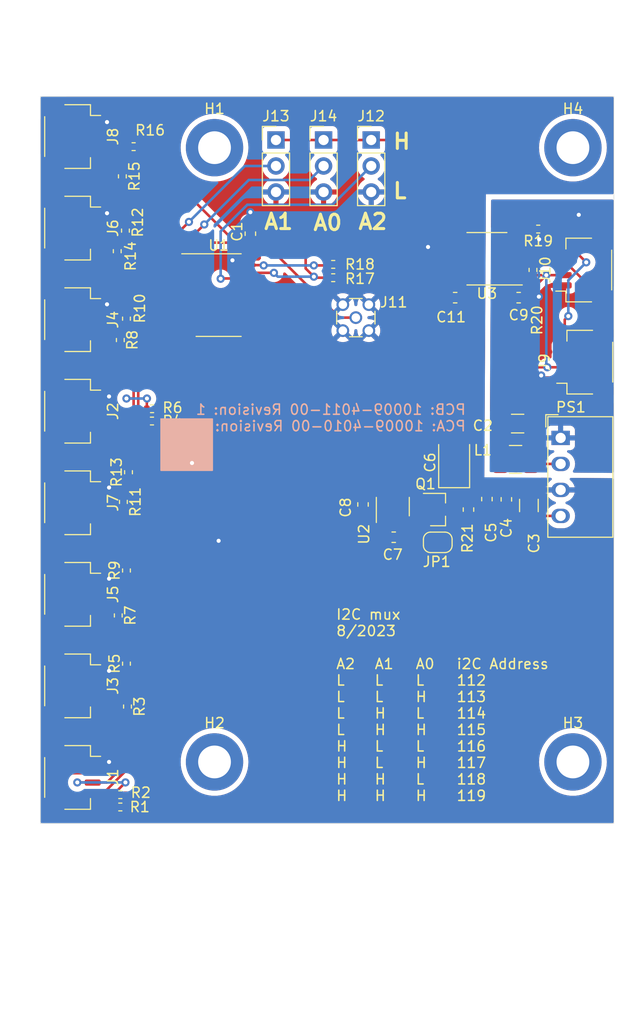
<source format=kicad_pcb>
(kicad_pcb (version 20221018) (generator pcbnew)
  (layers (0 "F.Cu" signal) (31 "B.Cu" signal) (34 "B.Paste" user) (35 "F.Paste" user) (36 "B.SilkS" user "B.Silkscreen") (37 "F.SilkS" user "F.Silkscreen") (38 "B.Mask" user) (39 "F.Mask" user) (44 "Edge.Cuts" user))
  (net 0 "")
  (net 1 "VCC")
  (net 2 "GND")
  (net 3 "GNDPWR")
  (net 4 "VD")
  (net 5 "/Sheet626DA5AD/scl_in")
  (net 6 "/Sheet626DA5AD/sda_in")
  (net 7 "/Sheet626DA5AD/scl")
  (net 8 "/Sheet626DA5AD/sda")
  (net 9 "Net-(JP1-A)")
  (net 10 "Net-(Q1-B)")
  (net 11 "Net-(JP1-B)")
  (net 12 "Net-(J1-SDA)")
  (net 13 "Net-(J1-SCL)")
  (net 14 "Net-(J2-SDA)")
  (net 15 "Net-(J2-SCL)")
  (net 16 "Net-(J3-SDA)")
  (net 17 "Net-(J3-SCL)")
  (net 18 "Net-(J4-SDA)")
  (net 19 "Net-(J4-SCL)")
  (net 20 "Net-(J5-SDA)")
  (net 21 "Net-(J5-SCL)")
  (net 22 "Net-(J6-SDA)")
  (net 23 "Net-(J6-SCL)")
  (net 24 "Net-(J7-SDA)")
  (net 25 "Net-(J7-SCL)")
  (net 26 "Net-(J8-SDA)")
  (net 27 "Net-(J8-SCL)")
  (net 28 "Net-(J12-Pin_2)")
  (net 29 "Net-(J13-Pin_2)")
  (net 30 "Net-(J14-Pin_2)")
  (net 31 "Net-(PS1-+Vin)")
  (footprint "Capacitor_SMD:C_0603_1608Metric_Pad1.05x0.95mm_HandSolder" (layer "F.Cu") (at 108.5 73.4 -90)
    (fp_text reference "C1")
    (fp_text value "100nF")
  )
  (footprint "Connector_JST:JST_SH_SM04B-SRSS-TB_1x04-1MP_P1.00mm_Horizontal" (layer "F.Cu") (at 91.1 90.742857 -90)
    (fp_text reference "J2")
    (fp_text value "JST_SH_Conn_01x04_i2c_horizontal")
  )
  (footprint "Connector_JST:JST_SH_SM04B-SRSS-TB_1x04-1MP_P1.00mm_Horizontal" (layer "F.Cu") (at 91.1 81.8 -90)
    (fp_text reference "J4")
    (fp_text value "JST_SH_Conn_01x04_i2c_horizontal")
  )
  (footprint "Connector_JST:JST_SH_SM04B-SRSS-TB_1x04-1MP_P1.00mm_Horizontal" (layer "F.Cu") (at 91.1 72.857143 -90)
    (fp_text reference "J6")
    (fp_text value "JST_SH_Conn_01x04_i2c_horizontal")
  )
  (footprint "Connector_JST:JST_SH_SM04B-SRSS-TB_1x04-1MP_P1.00mm_Horizontal" (layer "F.Cu") (at 91.1 63.914286 -90)
    (fp_text reference "J8")
    (fp_text value "JST_SH_Conn_01x04_i2c_horizontal")
  )
  (footprint "Connector_JST:JST_SH_SM04B-SRSS-TB_1x04-1MP_P1.00mm_Horizontal" (layer "F.Cu") (at 141.1 76.95 90)
    (fp_text reference "J10")
    (fp_text value "JST_SH_Conn_01x04_i2c_horizontal")
  )
  (footprint "Capacitor_SMD:C_1206_3216Metric_Pad1.42x1.75mm_HandSolder" (layer "F.Cu") (at 134.6 91.95)
    (fp_text reference "C2")
    (fp_text value "4.7uF_1206_50V")
  )
  (footprint "Capacitor_SMD:C_1206_3216Metric_Pad1.42x1.75mm_HandSolder" (layer "F.Cu") (at 135.7 99.95 90)
    (fp_text reference "C3")
    (fp_text value "10uF_1206_50V")
  )
  (footprint "Capacitor_SMD:C_0603_1608Metric_Pad1.05x0.95mm_HandSolder" (layer "F.Cu") (at 133.5 99.35 -90)
    (fp_text reference "C4")
    (fp_text value "100nF")
  )
  (footprint "Capacitor_Tantalum_SMD:CP_EIA-3528-12_Kemet-T" (layer "F.Cu") (at 128.4 95.75 90)
    (fp_text reference "C6")
    (fp_text value "100uF")
  )
  (footprint "Capacitor_SMD:C_0603_1608Metric_Pad1.05x0.95mm_HandSolder" (layer "F.Cu") (at 119.5 99.85 -90)
    (fp_text reference "C8")
    (fp_text value "1uF")
  )
  (footprint "0my_footprints:MMCX_JLC" (layer "F.Cu") (at 118.8 81.6)
    (fp_text reference "J11")
    (fp_text value "MMCX")
  )
  (footprint "Jumper:SolderJumper-2_P1.3mm_Open_RoundedPad1.0x1.5mm" (layer "F.Cu") (at 126.8 103.55 180)
    (fp_text reference "JP1")
    (fp_text value "Jumper_2_Open")
  )
  (footprint "Inductor_SMD:L_1210_3225Metric_Pad1.42x2.65mm_HandSolder" (layer "F.Cu") (at 134.4 95.45 180)
    (fp_text reference "L1")
    (fp_text value "6.8uH")
  )
  (footprint "Converter_DCDC:Converter_DCDC_muRata_CRE1xxxxxx3C_THT" (layer "F.Cu") (at 138.8 93.35)
    (fp_text reference "PS1")
    (fp_text value "B0305S-1WR2")
  )
  (footprint "Package_TO_SOT_SMD:SOT-23" (layer "F.Cu") (at 126.8 100.35)
    (fp_text reference "Q1")
    (fp_text value "BC847C")
  )
  (footprint "Resistor_SMD:R_0603_1608Metric_Pad1.05x0.95mm_HandSolder" (layer "F.Cu") (at 129.8 100.35 90)
    (fp_text reference "R21")
    (fp_text value "1K")
  )
  (footprint "Package_TO_SOT_SMD:SOT-23-5" (layer "F.Cu") (at 122.41 100.06 90)
    (fp_text reference "U2")
    (fp_text value "LP5907MFX-3.3")
  )
  (footprint "Capacitor_SMD:C_0603_1608Metric_Pad1.05x0.95mm_HandSolder" (layer "F.Cu") (at 122.5 103.05 180)
    (fp_text reference "C7")
    (fp_text value "1uF")
  )
  (footprint "Capacitor_SMD:C_0603_1608Metric_Pad1.05x0.95mm_HandSolder" (layer "F.Cu") (at 134.7 79.65)
    (fp_text reference "C9")
    (fp_text value "100nF")
  )
  (footprint "Capacitor_SMD:C_0603_1608Metric_Pad1.05x0.95mm_HandSolder" (layer "F.Cu") (at 128.5 79.65)
    (fp_text reference "C11")
    (fp_text value "100nF")
  )
  (footprint "Connector_JST:JST_SH_SM04B-SRSS-TB_1x04-1MP_P1.00mm_Horizontal" (layer "F.Cu") (at 141.2 85.95 90)
    (fp_text reference "J9")
    (fp_text value "JST_SH_Conn_01x04_i2c_horizontal")
  )
  (footprint "Capacitor_SMD:C_0603_1608Metric_Pad1.05x0.95mm_HandSolder" (layer "F.Cu") (at 131.6 99.325 -90)
    (fp_text reference "C5")
    (fp_text value "10nF")
  )
  (footprint "MountingHole:MountingHole_3.2mm_M3_DIN965_Pad" (layer "F.Cu") (at 105 65)
    (fp_text reference "H1")
    (fp_text value "MountingHole")
  )
  (footprint "MountingHole:MountingHole_3.2mm_M3_DIN965_Pad" (layer "F.Cu") (at 105 125)
    (fp_text reference "H2")
    (fp_text value "MountingHole")
  )
  (footprint "Resistor_SMD:R_0402_1005Metric" (layer "F.Cu") (at 116.59 76.4)
    (fp_text reference "R18")
    (fp_text value "5.1K_0402")
  )
  (footprint "Resistor_SMD:R_0402_1005Metric" (layer "F.Cu") (at 136.61 72.95 180)
    (fp_text reference "R19")
    (fp_text value "5.1K_0402")
  )
  (footprint "Resistor_SMD:R_0402_1005Metric" (layer "F.Cu") (at 95.5 75.11 -90)
    (fp_text reference "R14")
    (fp_text value "5.1K_0402")
  )
  (footprint "MountingHole:MountingHole_3.2mm_M3_DIN965_Pad" (layer "F.Cu") (at 140 65)
    (fp_text reference "H4")
    (fp_text value "MountingHole")
  )
  (footprint "Resistor_SMD:R_0402_1005Metric" (layer "F.Cu") (at 96.3 73.1 90)
    (fp_text reference "R12")
    (fp_text value "5.1K_0402")
  )
  (footprint "Connector_JST:JST_SH_SM04B-SRSS-TB_1x04-1MP_P1.00mm_Horizontal" (layer "F.Cu") (at 91.1 117.571428 -90)
    (fp_text reference "J3")
    (fp_text value "JST_SH_Conn_01x04_i2c_horizontal")
  )
  (footprint "Package_SO:SOIC-8_3.9x4.9mm_P1.27mm" (layer "F.Cu") (at 131.6 75.85 180)
    (fp_text reference "U3")
    (fp_text value "ISO1541")
  )
  (footprint "Resistor_SMD:R_0402_1005Metric" (layer "F.Cu") (at 95.8 128.2)
    (fp_text reference "R2")
    (fp_text value "5.1K_0402")
  )
  (footprint "Connector_PinHeader_2.54mm:PinHeader_1x03_P2.54mm_Vertical" (layer "F.Cu") (at 120.3 64.25)
    (fp_text reference "J12")
    (fp_text value "Conn_01x03_Female")
  )
  (footprint "Resistor_SMD:R_0402_1005Metric" (layer "F.Cu") (at 96.1 99.6 -90)
    (fp_text reference "R11")
    (fp_text value "5.1K_0402")
  )
  (footprint "Connector_JST:JST_SH_SM04B-SRSS-TB_1x04-1MP_P1.00mm_Horizontal" (layer "F.Cu") (at 91.1 126.514286 -90)
    (fp_text reference "J1")
    (fp_text value "JST_SH_Conn_01x04_i2c_horizontal")
  )
  (footprint "Resistor_SMD:R_0402_1005Metric" (layer "F.Cu") (at 136.1 76.94 -90)
    (fp_text reference "R20")
    (fp_text value "5.1K_0402")
  )
  (footprint "Resistor_SMD:R_0402_1005Metric" (layer "F.Cu") (at 97.1 64.9)
    (fp_text reference "R16")
    (fp_text value "5.1K_0402")
  )
  (footprint "Resistor_SMD:R_0402_1005Metric" (layer "F.Cu") (at 116.59 77.7)
    (fp_text reference "R17")
    (fp_text value "5.1K_0402")
  )
  (footprint "Resistor_SMD:R_0402_1005Metric" (layer "F.Cu") (at 95.8 83.79 -90)
    (fp_text reference "R8")
    (fp_text value "5.1K_0402")
  )
  (footprint "Resistor_SMD:R_0402_1005Metric" (layer "F.Cu") (at 96.4 115.4 90)
    (fp_text reference "R5")
    (fp_text value "5.1K_0402")
  )
  (footprint "Resistor_SMD:R_0402_1005Metric" (layer "F.Cu") (at 96.4 81.7 90)
    (fp_text reference "R10")
    (fp_text value "5.1K_0402")
  )
  (footprint "Resistor_SMD:R_0402_1005Metric" (layer "F.Cu") (at 98.89 91.7)
    (fp_text reference "R4")
    (fp_text value "5.1K_0402")
  )
  (footprint "Package_SO:TSSOP-24_4.4x7.8mm_P0.65mm" (layer "F.Cu") (at 105.4 79.4)
    (fp_text reference "U1")
    (fp_text value "TCA9548APWR")
  )
  (footprint "Resistor_SMD:R_0402_1005Metric" (layer "F.Cu") (at 96.5 119.59 -90)
    (fp_text reference "R3")
    (fp_text value "5.1K_0402")
  )
  (footprint "Resistor_SMD:R_0402_1005Metric" (layer "F.Cu") (at 95.6 110.69 -90)
    (fp_text reference "R7")
    (fp_text value "5.1K_0402")
  )
  (footprint "MountingHole:MountingHole_3.2mm_M3_DIN965_Pad" (layer "F.Cu") (at 140 125)
    (fp_text reference "H3")
    (fp_text value "MountingHole")
  )
  (footprint "Resistor_SMD:R_0402_1005Metric" (layer "F.Cu") (at 96.4 106.3 90)
    (fp_text reference "R9")
    (fp_text value "5.1K_0402")
  )
  (footprint "Resistor_SMD:R_0402_1005Metric" (layer "F.Cu") (at 95.8 129.4)
    (fp_text reference "R1")
    (fp_text value "5.1K_0402")
  )
  (footprint "Connector_PinHeader_2.54mm:PinHeader_1x03_P2.54mm_Vertical" (layer "F.Cu") (at 111 64.25)
    (fp_text reference "J13")
    (fp_text value "Conn_01x03_Female")
  )
  (footprint "Connector_PinHeader_2.54mm:PinHeader_1x03_P2.54mm_Vertical" (layer "F.Cu") (at 115.65 64.25)
    (fp_text reference "J14")
    (fp_text value "Conn_01x03_Female")
  )
  (footprint "Resistor_SMD:R_0402_1005Metric" (layer "F.Cu") (at 96.6 96.7 90)
    (fp_text reference "R13")
    (fp_text value "5.1K_0402")
  )
  (footprint "Resistor_SMD:R_0402_1005Metric" (layer "F.Cu") (at 98.9 90.5)
    (fp_text reference "R6")
    (fp_text value "5.1K_0402")
  )
  (footprint "Connector_JST:JST_SH_SM04B-SRSS-TB_1x04-1MP_P1.00mm_Horizontal" (layer "F.Cu") (at 91.1 108.628571 -90)
    (fp_text reference "J5")
    (fp_text value "JST_SH_Conn_01x04_i2c_horizontal")
  )
  (footprint "Resistor_SMD:R_0402_1005Metric" (layer "F.Cu") (at 96 67.8 -90)
    (fp_text reference "R15")
    (fp_text value "5.1K_0402")
  )
  (footprint "Connector_JST:JST_SH_SM04B-SRSS-TB_1x04-1MP_P1.00mm_Horizontal" (layer "F.Cu") (at 91.1 99.685714 -90)
    (fp_text reference "J7")
    (fp_text value "JST_SH_Conn_01x04_i2c_horizontal")
  )
  (gr_rect (start 99.78 91.51) (end 104.78 96.51) (stroke (width 0.15)) (fill solid) (layer "B.SilkS"))
  (gr_rect (start 88 60) (end 144 131) (stroke (width 0.05)) (fill none) (layer "Edge.Cuts"))
  (gr_text "PCB: 10009-4011-00 Revision: 1\nPCA: 10009-4010-00 Revision: " (at 129.62 92.78) (layer "B.SilkS") (effects (font (size 1 1)) (justify left bottom mirror)))
  (gr_text "A1\n" (at 109.7 73.1) (layer "F.SilkS") (effects (font (size 1.5 1.5) (thickness 0.3) bold) (justify left bottom)))
  (gr_text "A2" (at 118.9 73.1) (layer "F.SilkS") (effects (font (size 1.5 1.5) (thickness 0.3) bold) (justify left bottom)))
  (gr_text "I2C mux\n8/2023\n\nA2	A1	A0	i2C Address\nL	L	L	112\nL	L	H	113\nL	H	L	114\nL	H	H	115\nH	L	L	116\nH	L	H	117\nH	H	L	118\nH	H	H	119" (at 116.8 119.45) (layer "F.SilkS") (effects (font (size 1 1)) (justify left)))
  (gr_text "A0" (at 114.5 73.2) (layer "F.SilkS") (effects (font (size 1.5 1.5) (thickness 0.3) bold) (justify left bottom)))
  (gr_text "H\n\nL" (at 122.3 70.1) (layer "F.SilkS") (effects (font (size 1.5 1.5) (thickness 0.3) bold) (justify left bottom)))
  (segment (start 109.875 74.275) (end 108.5 74.275) (width 0.25) (layer "F.Cu") (net 1))
  (segment (start 110.83 73.32) (end 129.6 73.32) (width 0.25) (layer "F.Cu") (net 1))
  (segment (start 91.1 122) (end 91.1 126.1) (width 0.25) (layer "F.Cu") (net 1))
  (segment (start 91.3 63.4) (end 91.1 63.6) (width 0.25) (layer "F.Cu") (net 1))
  (segment (start 129.375 79.65) (end 129.375 78.005) (width 0.25) (layer "F.Cu") (net 1))
  (segment (start 91.328571 108.128571) (end 91.1 107.9) (width 0.25) (layer "F.Cu") (net 1))
  (segment (start 95.8 84.3) (end 93.8 86.3) (width 0.25) (layer "F.Cu") (net 1))
  (segment (start 91.1 99.1) (end 91.1 104.3) (width 0.25) (layer "F.Cu") (net 1))
  (segment (start 93.1 81.3) (end 96.29 81.3) (width 0.25) (layer "F.Cu") (net 1))
  (segment (start 96 68.31) (end 91.11 68.31) (width 0.25) (layer "F.Cu") (net 1))
  (segment (start 104.2 76.150361) (end 104.2 75) (width 0.25) (layer "F.Cu") (net 1))
  (segment (start 91.1 117.1) (end 91.1 122) (width 0.25) (layer "F.Cu") (net 1))
  (segment (start 118.8 81.6) (end 117.2 81.6) (width 0.25) (layer "F.Cu") (net 1))
  (segment (start 104.925 74.275) (end 107.075 74.275) (width 0.25) (layer "F.Cu") (net 1))
  (segment (start 93.1 81.3) (end 91.1 81.3) (width 0.25) (layer "F.Cu") (net 1))
  (segment (start 96.214286 63.414286) (end 107.075 74.275) (width 0.25) (layer "F.Cu") (net 1))
  (segment (start 96.6 96.39) (end 96.6 94.4) (width 0.25) (layer "F.Cu") (net 1))
  (segment (start 96.1 100.11) (end 96.1 102.2) (width 0.25) (layer "F.Cu") (net 1))
  (segment (start 90 126.1) (end 90 127.1) (width 0.25) (layer "F.Cu") (net 1))
  (segment (start 109.3 75.9) (end 108.3375 75.9) (width 0.25) (layer "F.Cu") (net 1))
  (segment (start 93.1 99.185714) (end 91.185714 99.185714) (width 0.25) (layer "F.Cu") (net 1))
  (segment (start 96.1 130.5) (end 96.31 130.29) (width 0.25) (layer "F.Cu") (net 1))
  (segment (start 96.4 105.5) (end 95.2 104.3) (width 0.25) (layer "F.Cu") (net 1))
  (segment (start 95.6 111.2) (end 93.5 113.3) (width 0.25) (layer "F.Cu") (net 1))
  (segment (start 96.4 105.79) (end 96.4 105.5) (width 0.25) (layer "F.Cu") (net 1))
  (segment (start 129.375 79.65) (end 129.375 89.475) (width 0.25) (layer "F.Cu") (net 1))
  (segment (start 93.1 63.414286) (end 96.214286 63.414286) (width 0.25) (layer "F.Cu") (net 1))
  (segment (start 121.46 98.96) (end 119.515 98.96) (width 0.25) (layer "F.Cu") (net 1))
  (segment (start 129.6 69.05) (end 129.6 73.32) (width 0.25) (layer "F.Cu") (net 1))
  (segment (start 91.1 126.1) (end 90 126.1) (width 0.25) (layer "F.Cu") (net 1))
  (segment (start 91.1 86.3) (end 91.1 90.4) (width 0.25) (layer "F.Cu") (net 1))
  (segment (start 119.6 98.875) (end 119.5 98.975) (width 0.25) (layer "F.Cu") (net 1))
  (segment (start 96.067143 72.357143) (end 96.3 72.59) (width 0.25) (layer "F.Cu") (net 1))
  (segment (start 91.1 72.3) (end 91.1 77.2) (width 0.25) (layer "F.Cu") (net 1))
  (segment (start 91.314286 63.414286) (end 91.3 63.4) (width 0.25) (layer "F.Cu") (net 1))
  (segment (start 91.1 104.3) (end 91.1 107.9) (width 0.25) (layer "F.Cu") (net 1))
  (segment (start 108.5 74.7) (end 109.4 75.6) (width 0.25) (layer "F.Cu") (net 1))
  (segment (start 109.875 74.275) (end 110.83 73.32) (width 0.25) (layer "F.Cu") (net 1))
  (segment (start 96.5 94.3) (end 91.1 94.3) (width 0.25) (layer "F.Cu") (net 1))
  (segment (start 102.5375 77.125) (end 103.225361 77.125) (width 0.25) (layer "F.Cu") (net 1))
  (segment (start 117.2 81.6) (end 115.15 79.55) (width 0.25) (layer "F.Cu") (net 1))
  (segment (start 115.25 79.55) (end 115.15 79.55) (width 0.25) (layer "F.Cu") (net 1))
  (segment (start 117.1 76.4) (end 117.1 77.7) (width 0.25) (layer "F.Cu") (net 1))
  (segment (start 93.8 86.3) (end 91.1 86.3) (width 0.25) (layer "F.Cu") (net 1))
  (segment (start 115.15 79.55) (end 109.875 74.275) (width 0.25) (layer "F.Cu") (net 1))
  (segment (start 99.4 91.7) (end 96.8 94.3) (width 0.25) (layer "F.Cu") (net 1))
  (segment (start 129.6 73.32) (end 130.146751 73.32) (width 0.25) (layer "F.Cu") (net 1))
  (segment (start 93.1 90.242857) (end 91.257143 90.242857) (width 0.25) (layer "F.Cu") (net 1))
  (segment (start 91.1 77.2) (end 91.1 81.3) (width 0.25) (layer "F.Cu") (net 1))
  (segment (start 96.5 120.1) (end 94.6 122) (width 0.25) (layer "F.Cu") (net 1))
  (segment (start 109.4 75.6) (end 109.4 75.8) (width 0.25) (layer "F.Cu") (net 1))
  (segment (start 93.1 117.071428) (end 91.128572 117.071428) (width 0.25) (layer "F.Cu") (net 1))
  (segment (start 130.146751 73.32) (end 130.425 73.598249) (width 0.25) (layer "F.Cu") (net 1))
  (segment (start 96.31 130.29) (end 96.31 129.4) (width 0.25) (layer "F.Cu") (net 1))
  (segment (start 94.6 122) (end 91.1 122) (width 0.25) (layer "F.Cu") (net 1))
  (segment (start 120.3 64.25) (end 124.8 64.25) (width 0.25) (layer "F.Cu") (net 1))
  (segment (start 91.1 68.3) (end 91.1 72.3) (width 0.25) (layer "F.Cu") (net 1))
  (segment (start 91.1 126.1) (end 93.014286 126.1) (width 0.25) (layer "F.Cu") (net 1))
  (segment (start 129.501751 77.755) (end 129.125 77.755) (width 0.25) (layer "F.Cu") (net 1))
  (segment (start 93.4 130.5) (end 96.1 130.5) (width 0.25) (layer "F.Cu") (net 1))
  (segment (start 129.375 78.005) (end 129.125 77.755) (width 0.25) (layer "F.Cu") (net 1))
  (segment (start 121.46 97.39) (end 121.46 98.96) (width 0.25) (layer "F.Cu") (net 1))
  (segment (start 109.4 75.8) (end 109.3 75.9) (width 0.25) (layer "F.Cu") (net 1))
  (segment (start 94 104.3) (end 91.1 104.3) (width 0.25) (layer "F.Cu") (net 1))
  (segment (start 96.8 94.3) (end 96.5 94.3) (width 0.25) (layer "F.Cu") (net 1))
  (segment (start 130.425 73.598249) (end 130.425 76.831751) (width 0.25) (layer "F.Cu") (net 1))
  (segment (start 93.1 72.357143) (end 91.157143 72.357143) (width 0.25) (layer "F.Cu") (net 1))
  (segment (start 104.2 75) (end 104.925 74.275) (width 0.25) (layer "F.Cu") (net 1))
  (segment (start 99.41 90.5) (end 99.41 91.69) (width 0.25) (layer "F.Cu") (net 1))
  (segment (start 93.1 108.128571) (end 91.328571 108.128571) (width 0.25) (layer "F.Cu") (net 1))
  (segment (start 91.185714 99.185714) (end 91.1 99.1) (width 0.25) (layer "F.Cu") (net 1))
  (segment (start 117.1 77.7) (end 115.25 79.55) (width 0.25) (layer "F.Cu") (net 1))
  (segment (start 96.29 81.3) (end 96.4 81.19) (width 0.25) (layer "F.Cu") (net 1))
  (segment (start 94.81 113.3) (end 93.5 113.3) (width 0.25) (layer "F.Cu") (net 1))
  (segment (start 103.225361 77.125) (end 104.2 76.150361) (width 0.25) (layer "F.Cu") (net 1))
  (segment (start 96.31 129.4) (end 96.31 128.2) (width 0.25) (layer "F.Cu") (net 1))
  (segment (start 93.1 72.357143) (end 96.067143 72.357143) (width 0.25) (layer "F.Cu") (net 1))
  (segment (start 96.6 94.4) (end 96.5 94.3) (width 0.25) (layer "F.Cu") (net 1))
  (segment (start 129.375 89.475) (end 121.46 97.39) (width 0.25) (layer "F.Cu") (net 1))
  (segment (start 91.157143 72.357143) (end 91.1 72.3) (width 0.25) (layer "F.Cu") (net 1))
  (segment (start 91.1 81.3) (end 91.1 86.3) (width 0.25) (layer "F.Cu") (net 1))
  (segment (start 91.128572 117.071428) (end 91.1 117.1) (width 0.25) (layer "F.Cu") (net 1))
  (segment (start 96.1 102.2) (end 94 104.3) (width 0.25) (layer "F.Cu") (net 1))
  (segment (start 108.5 74.275) (end 108.5 74.7) (width 0.25) (layer "F.Cu") (net 1))
  (segment (start 108.3375 75.9) (end 108.2625 75.825) (width 0.25) (layer "F.Cu") (net 1))
  (segment (start 91.1 90.4) (end 91.1 94.3) (width 0.25) (layer "F.Cu") (net 1))
  (segment (start 124.8 64.25) (end 129.6 69.05) (width 0.25) (layer "F.Cu") (net 1))
  (segment (start 96.4 114.89) (end 94.81 113.3) (width 0.25) (layer "F.Cu") (net 1))
  (segment (start 91.1 94.3) (end 91.1 99.1) (width 0.25) (layer "F.Cu") (net 1))
  (segment (start 91.1 63.6) (end 91.1 68.3) (width 0.25) (layer "F.Cu") (net 1))
  (segment (start 93.5 113.3) (end 91.1 113.3) (width 0.25) (layer "F.Cu") (net 1))
  (segment (start 99.41 91.69) (end 99.4 91.7) (width 0.25) (layer "F.Cu") (net 1))
  (segment (start 91.11 68.31) (end 91.1 68.3) (width 0.25) (layer "F.Cu") (net 1))
  (segment (start 130.425 76.831751) (end 129.501751 77.755) (width 0.25) (layer "F.Cu") (net 1))
  (segment (start 91.257143 90.242857) (end 91.1 90.4) (width 0.25) (layer "F.Cu") (net 1))
  (segment (start 95.5 75.62) (end 93.92 77.2) (width 0.25) (layer "F.Cu") (net 1))
  (segment (start 91.1 107.9) (end 91.1 113.3) (width 0.25) (layer "F.Cu") (net 1))
  (segment (start 111 64.25) (end 115.65 64.25) (width 0.25) (layer "F.Cu") (net 1))
  (segment (start 93.92 77.2) (end 91.1 77.2) (width 0.25) (layer "F.Cu") (net 1))
  (segment (start 90 127.1) (end 93.4 130.5) (width 0.25) (layer "F.Cu") (net 1))
  (segment (start 107.075 74.275) (end 108.5 74.275) (width 0.25) (layer "F.Cu") (net 1))
  (segment (start 91.1 113.3) (end 91.1 117.1) (width 0.25) (layer "F.Cu") (net 1))
  (segment (start 95.2 104.3) (end 94 104.3) (width 0.25) (layer "F.Cu") (net 1))
  (segment (start 120.3 64.25) (end 115.65 64.25) (width 0.25) (layer "F.Cu") (net 1))
  (segment (start 93.1 63.414286) (end 91.314286 63.414286) (width 0.25) (layer "F.Cu") (net 1))
  (segment (start 94.685714 125.014286) (end 94.7 125) (width 0.25) (layer "F.Cu") (net 2))
  (segment (start 94.685714 98.185714) (end 94.7 98.2) (width 0.25) (layer "F.Cu") (net 2))
  (segment (start 108.5 72.525) (end 108.5 71.3) (width 0.25) (layer "F.Cu") (net 2))
  (segment (start 94.414286 62.414286) (end 94.5 62.5) (width 0.25) (layer "F.Cu") (net 2))
  (segment (start 129.125 73.945) (end 126.555 73.945) (width 0.25) (layer "F.Cu") (net 2))
  (segment (start 93.1 62.414286) (end 94.414286 62.414286) (width 0.25) (layer "F.Cu") (net 2))
  (segment (start 94.642857 89.242857) (end 94.7 89.3) (width 0.25) (layer "F.Cu") (net 2))
  (segment (start 122.41 102.79) (end 122.41 101.16) (width 0.25) (layer "F.Cu") (net 2))
  (segment (start 93.1 80.3) (end 94.5 80.3) (width 0.25) (layer "F.Cu") (net 2))
  (segment (start 122.15 103.05) (end 122.41 102.79) (width 0.25) (layer "F.Cu") (net 2))
  (segment (start 93.128572 116.1) (end 93.1 116.071428) (width 0.25) (layer "F.Cu") (net 2))
  (segment (start 94.457143 71.357143) (end 94.5 71.4) (width 0.25) (layer "F.Cu") (net 2))
  (segment (start 93.1 107.128571) (end 94.671429 107.128571) (width 0.25) (layer "F.Cu") (net 2))
  (segment (start 122.41 100.669998) (end 122.045001 100.304999) (width 0.25) (layer "F.Cu") (net 2))
  (segment (start 122.045001 100.304999) (end 120.395001 100.304999) (width 0.25) (layer "F.Cu") (net 2))
  (segment (start 121.625 103.05) (end 122.15 103.05) (width 0.25) (layer "F.Cu") (net 2))
  (segment (start 94.7 116.1) (end 93.128572 116.1) (width 0.25) (layer "F.Cu") (net 2))
  (segment (start 93.1 125.014286) (end 94.685714 125.014286) (width 0.25) (layer "F.Cu") (net 2))
  (segment (start 93.1 98.185714) (end 94.685714 98.185714) (width 0.25) (layer "F.Cu") (net 2))
  (segment (start 94.671429 107.128571) (end 94.7 107.1) (width 0.25) (layer "F.Cu") (net 2))
  (segment (start 126.555 73.945) (end 125.8 74.7) (width 0.25) (layer "F.Cu") (net 2))
  (segment (start 125.8 74.7) (end 125.85 74.7) (width 0.25) (layer "F.Cu") (net 2))
  (segment (start 122.41 101.16) (end 122.41 100.669998) (width 0.25) (layer "F.Cu") (net 2))
  (segment (start 93.1 89.242857) (end 94.642857 89.242857) (width 0.25) (layer "F.Cu") (net 2))
  (segment (start 120.395001 100.304999) (end 119.975 100.725) (width 0.25) (layer "F.Cu") (net 2))
  (segment (start 93.1 71.357143) (end 94.457143 71.357143) (width 0.25) (layer "F.Cu") (net 2))
  (segment (start 119.975 100.725) (end 119.5 100.725) (width 0.25) (layer "F.Cu") (net 2))
  (via (at 94.7 89.3) (size 0.8) (drill 0.4) (layers "F.Cu" "B.Cu") (net 2))
  (via (at 105.4 103.4) (size 0.8) (drill 0.4) (layers "F.Cu" "B.Cu") (net 2))
  (via (at 94.5 71.4) (size 0.8) (drill 0.4) (layers "F.Cu" "B.Cu") (net 2))
  (via (at 94.7 125) (size 0.8) (drill 0.4) (layers "F.Cu" "B.Cu") (net 2))
  (via (at 94.7 98.2) (size 0.8) (drill 0.4) (layers "F.Cu" "B.Cu") (net 2))
  (via (at 94.7 107.1) (size 0.8) (drill 0.4) (layers "F.Cu" "B.Cu") (net 2))
  (via (at 102.8 95.8) (size 0.8) (drill 0.4) (layers "F.Cu" "B.Cu") (net 2))
  (via (at 106.75 76) (size 0.8) (drill 0.4) (layers "F.Cu" "B.Cu") (net 2))
  (via (at 125.85 74.7) (size 0.8) (drill 0.4) (layers "F.Cu" "B.Cu") (net 2))
  (via (at 94.7 116.1) (size 0.8) (drill 0.4) (layers "F.Cu" "B.Cu") (net 2))
  (via (at 108.5 71.3) (size 0.8) (drill 0.4) (layers "F.Cu" "B.Cu") (net 2))
  (via (at 94.5 80.3) (size 0.8) (drill 0.4) (layers "F.Cu" "B.Cu") (net 2))
  (via (at 94.5 62.5) (size 0.8) (drill 0.4) (layers "F.Cu" "B.Cu") (net 2))
  (segment (start 94.7 98.2) (end 94.7 107.1) (width 0.25) (layer "B.Cu") (net 2))
  (segment (start 94.7 125) (end 94.7 116.1) (width 0.25) (layer "B.Cu") (net 2))
  (segment (start 94.5 71.4) (end 94.5 80.3) (width 0.25) (layer "B.Cu") (net 2))
  (segment (start 94.7 107.1) (end 94.7 116.1) (width 0.25) (layer "B.Cu") (net 2))
  (segment (start 94.7 89.3) (end 94.7 98.2) (width 0.25) (layer "B.Cu") (net 2))
  (segment (start 94.5 80.3) (end 94.5 89.1) (width 0.25) (layer "B.Cu") (net 2))
  (segment (start 94.5 62.5) (end 94.5 71.4) (width 0.25) (layer "B.Cu") (net 2))
  (segment (start 94.5 89.1) (end 94.7 89.3) (width 0.25) (layer "B.Cu") (net 2))
  (segment (start 138.8 93.35) (end 136.6125 93.35) (width 0.25) (layer "F.Cu") (net 3))
  (segment (start 137.7 88.95) (end 136.475 88.95) (width 0.25) (layer "F.Cu") (net 3))
  (segment (start 137.775 78.45) (end 139.1 78.45) (width 0.25) (layer "F.Cu") (net 3))
  (segment (start 139.2 87.45) (end 137.7 88.95) (width 0.25) (layer "F.Cu") (net 3))
  (segment (start 136.6125 93.35) (end 136.0875 92.825) (width 0.25) (layer "F.Cu") (net 3))
  (segment (start 136.0875 92.825) (end 136.0875 91.95) (width 0.25) (layer "F.Cu") (net 3))
  (segment (start 139.2 87.45) (end 137.1 87.45) (width 0.25) (layer "F.Cu") (net 3))
  (segment (start 136.675 79.55) (end 137.775 78.45) (width 0.25) (layer "F.Cu") (net 3))
  (segment (start 136.0875 91.95) (end 136.0875 89.3375) (width 0.25) (layer "F.Cu") (net 3))
  (segment (start 136.7 73.95) (end 134.44 73.95) (width 0.25) (layer "F.Cu") (net 3))
  (segment (start 137.1 87.45) (end 136.9 87.25) (width 0.25) (layer "F.Cu") (net 3))
  (segment (start 136.675 79.55) (end 135.675 79.55) (width 0.25) (layer "F.Cu") (net 3))
  (segment (start 136.0875 89.3375) (end 136.475 88.95) (width 0.25) (layer "F.Cu") (net 3))
  (via (at 136.675 79.55) (size 0.8) (drill 0.4) (layers "F.Cu" "B.Cu") (net 3))
  (via (at 136.9 87.25) (size 0.8) (drill 0.4) (layers "F.Cu" "B.Cu") (net 3))
  (via (at 140.57 71.56) (size 0.8) (drill 0.4) (layers "F.Cu" "B.Cu") (net 3))
  (via (at 136.7 73.95) (size 0.8) (drill 0.4) (layers "F.Cu" "B.Cu") (net 3))
  (segment (start 136.9 87.25) (end 136.500001 86.850001) (width 0.25) (layer "B.Cu") (net 3))
  (segment (start 136.500001 79.724999) (end 136.675 79.55) (width 0.25) (layer "B.Cu") (net 3))
  (segment (start 136.675 79.55) (end 136.675 73.975) (width 0.25) (layer "B.Cu") (net 3))
  (segment (start 136.675 73.975) (end 136.7 73.95) (width 0.25) (layer "B.Cu") (net 3))
  (segment (start 136.500001 86.850001) (end 136.500001 79.724999) (width 0.25) (layer "B.Cu") (net 3))
  (segment (start 137.5 86.45) (end 136.6 86.45) (width 0.25) (layer "F.Cu") (net 4))
  (segment (start 136.1 72.95) (end 133 72.95) (width 0.25) (layer "F.Cu") (net 4))
  (segment (start 133.825 79.65) (end 133.825 78.005) (width 0.25) (layer "F.Cu") (net 4))
  (segment (start 133.825 79.65) (end 133.825 79.175) (width 0.25) (layer "F.Cu") (net 4))
  (segment (start 133.825 79.175) (end 134.35 78.65) (width 0.25) (layer "F.Cu") (net 4))
  (segment (start 132.9125 95.45) (end 132.9125 92.15) (width 0.25) (layer "F.Cu") (net 4))
  (segment (start 136.6 86.45) (end 133.1125 89.9375) (width 0.25) (layer "F.Cu") (net 4))
  (segment (start 133 72.95) (end 132.5 73.45) (width 0.25) (layer "F.Cu") (net 4))
  (segment (start 139.1 77.45) (end 137.4 77.45) (width 0.25) (layer "F.Cu") (net 4))
  (segment (start 133.005 77.755) (end 134.075 77.755) (width 0.25) (layer "F.Cu") (net 4))
  (segment (start 133.1125 89.9375) (end 133.1125 91.95) (width 0.25) (layer "F.Cu") (net 4))
  (segment (start 134.35 78.65) (end 136.2 78.65) (width 0.25) (layer "F.Cu") (net 4))
  (segment (start 139.2 86.45) (end 137.5 86.45) (width 0.25) (layer "F.Cu") (net 4))
  (segment (start 136.2 78.65) (end 137.4 77.45) (width 0.25) (layer "F.Cu") (net 4))
  (segment (start 132.5 73.45) (end 132.5 77.25) (width 0.25) (layer "F.Cu") (net 4))
  (segment (start 132.5 77.25) (end 133.005 77.755) (width 0.25) (layer "F.Cu") (net 4))
  (segment (start 137.4 77.45) (end 136.1 77.45) (width 0.25) (layer "F.Cu") (net 4))
  (segment (start 133.825 78.005) (end 134.075 77.755) (width 0.25) (layer "F.Cu") (net 4))
  (via (at 137.4 77.45) (size 0.8) (drill 0.4) (layers "F.Cu" "B.Cu") (net 4))
  (via (at 137.5 86.45) (size 0.8) (drill 0.4) (layers "F.Cu" "B.Cu") (net 4))
  (segment (start 137.4 77.45) (end 137.4 86.35) (width 0.25) (layer "B.Cu") (net 4))
  (segment (start 137.4 86.35) (end 137.5 86.45) (width 0.25) (layer "B.Cu") (net 4))
  (segment (start 139.1 75.45) (end 137.6 75.45) (width 0.25) (layer "F.Cu") (net 5))
  (segment (start 139.55 81.45) (end 139.2 81.8) (width 0.25) (layer "F.Cu") (net 5))
  (segment (start 137.6 74.65) (end 137.6 75.45) (width 0.25) (layer "F.Cu") (net 5))
  (segment (start 140.55 75.45) (end 141.3 76.2) (width 0.25) (layer "F.Cu") (net 5))
  (segment (start 139.2 81.8) (end 139.2 84.45) (width 0.25) (layer "F.Cu") (net 5))
  (segment (start 134.075 75.215) (end 137.035 75.215) (width 0.25) (layer "F.Cu") (net 5))
  (segment (start 137.035 75.215) (end 137.6 74.65) (width 0.25) (layer "F.Cu") (net 5))
  (segment (start 137.12 72.95) (end 137.6 73.43) (width 0.25) (layer "F.Cu") (net 5))
  (segment (start 137.6 73.43) (end 137.6 74.65) (width 0.25) (layer "F.Cu") (net 5))
  (segment (start 139.1 75.45) (end 140.55 75.45) (width 0.25) (layer "F.Cu") (net 5))
  (via (at 141.3 76.2) (size 0.8) (drill 0.4) (layers "F.Cu" "B.Cu") (net 5))
  (via (at 139.55 81.45) (size 0.8) (drill 0.4) (layers "F.Cu" "B.Cu") (net 5))
  (segment (start 139.55 77.95) (end 139.55 81.45) (width 0.25) (layer "B.Cu") (net 5))
  (segment (start 141.3 76.2) (end 139.55 77.95) (width 0.25) (layer "B.Cu") (net 5))
  (segment (start 139.546751 76.45) (end 139.1 76.45) (width 0.25) (layer "F.Cu") (net 6))
  (segment (start 141.05 77.953249) (end 139.546751 76.45) (width 0.25) (layer "F.Cu") (net 6))
  (segment (start 139.2 85.45) (end 139.646751 85.45) (width 0.25) (layer "F.Cu") (net 6))
  (segment (start 134.11 76.45) (end 134.075 76.485) (width 0.25) (layer "F.Cu") (net 6))
  (segment (start 139.1 76.45) (end 134.11 76.45) (width 0.25) (layer "F.Cu") (net 6))
  (segment (start 139.646751 85.45) (end 141.05 84.046751) (width 0.25) (layer "F.Cu") (net 6))
  (segment (start 141.05 84.046751) (end 141.05 77.953249) (width 0.25) (layer "F.Cu") (net 6))
  (segment (start 114.828198 74.671802) (end 124.796497 74.671802) (width 0.25) (layer "F.Cu") (net 7))
  (segment (start 113.9 76.8) (end 113.9 75.6) (width 0.25) (layer "F.Cu") (net 7))
  (segment (start 110.6 77.1) (end 110.6755 77.1) (width 0.25) (layer "F.Cu") (net 7))
  (segment (start 109.6 77.224511) (end 110.475489 77.224511) (width 0.25) (layer "F.Cu") (net 7))
  (segment (start 114.7 77.6) (end 113.9 76.8) (width 0.25) (layer "F.Cu") (net 7))
  (segment (start 110.6755 77.1) (end 110.8 77.2245) (width 0.25) (layer "F.Cu") (net 7))
  (segment (start 110.475489 77.224511) (end 110.6 77.1) (width 0.25) (layer "F.Cu") (net 7))
  (segment (start 127.635 75.215) (end 129.125 75.215) (width 0.25) (layer "F.Cu") (net 7))
  (segment (start 116.08 77.7) (end 114.8 77.7) (width 0.25) (layer "F.Cu") (net 7))
  (segment (start 108.2625 77.125) (end 108.362011 77.224511) (width 0.25) (layer "F.Cu") (net 7))
  (segment (start 113.9 75.6) (end 114.828198 74.671802) (width 0.25) (layer "F.Cu") (net 7))
  (segment (start 114.8 77.7) (end 114.7 77.6) (width 0.25) (layer "F.Cu") (net 7))
  (segment (start 108.362011 77.224511) (end 109.6 77.224511) (width 0.25) (layer "F.Cu") (net 7))
  (segment (start 125.984695 75.86) (end 126.99 75.86) (width 0.25) (layer "F.Cu") (net 7))
  (segment (start 124.796497 74.671802) (end 125.984695 75.86) (width 0.25) (layer "F.Cu") (net 7))
  (segment (start 126.99 75.86) (end 127.635 75.215) (width 0.25) (layer "F.Cu") (net 7))
  (via (at 110.8 77.2245) (size 0.8) (drill 0.4) (layers "F.Cu" "B.Cu") (net 7))
  (via (at 114.7 77.6) (size 0.8) (drill 0.4) (layers "F.Cu" "B.Cu") (net 7))
  (segment (start 111.1755 77.6) (end 114.7 77.6) (width 0.25) (layer "B.Cu") (net 7))
  (segment (start 110.8 77.2245) (end 111.1755 77.6) (width 0.25) (layer "B.Cu") (net 7))
  (segment (start 109.775 76.475) (end 109.8 76.5) (width 0.25) (layer "F.Cu") (net 8))
  (segment (start 115.98 76.5) (end 116.08 76.4) (width 0.25) (layer "F.Cu") (net 8))
  (segment (start 108.2625 76.475) (end 109.775 76.475) (width 0.25) (layer "F.Cu") (net 8))
  (segment (start 124.835 76.485) (end 123.8 75.45) (width 0.25) (layer "F.Cu") (net 8))
  (segment (start 123.8 75.45) (end 117.03 75.45) (width 0.25) (layer "F.Cu") (net 8))
  (segment (start 129.125 76.485) (end 124.835 76.485) (width 0.25) (layer "F.Cu") (net 8))
  (segment (start 117.03 75.45) (end 116.08 76.4) (width 0.25) (layer "F.Cu") (net 8))
  (segment (start 114.7 76.5) (end 115.98 76.5) (width 0.25) (layer "F.Cu") (net 8))
  (via (at 109.8 76.5) (size 0.8) (drill 0.4) (layers "F.Cu" "B.Cu") (net 8))
  (via (at 114.7 76.5) (size 0.8) (drill 0.4) (layers "F.Cu" "B.Cu") (net 8))
  (segment (start 109.8 76.5) (end 114.7 76.5) (width 0.25) (layer "B.Cu") (net 8))
  (segment (start 135.7 100.725) (end 135.2 100.225) (width 0.25) (layer "F.Cu") (net 9))
  (segment (start 135.2 100.225) (end 133.975 100.225) (width 0.25) (layer "F.Cu") (net 9))
  (segment (start 127.8 100.35) (end 127.8 103.2) (width 0.25) (layer "F.Cu") (net 9))
  (segment (start 133.975 100.225) (end 133.5 100.225) (width 0.25) (layer "F.Cu") (net 9))
  (segment (start 133.5 100.225) (end 130.8 100.225) (width 0.25) (layer "F.Cu") (net 9))
  (segment (start 127.8 101) (end 127.8 100.35) (width 0.25) (layer "F.Cu") (net 9))
  (segment (start 130.8 100.225) (end 129.8 101.225) (width 0.25) (layer "F.Cu") (net 9))
  (segment (start 129.8 101.225) (end 128.025 101.225) (width 0.25) (layer "F.Cu") (net 9))
  (segment (start 138.8 100.97) (end 136.1675 100.97) (width 0.25) (layer "F.Cu") (net 9))
  (segment (start 128.025 101.225) (end 127.8 101) (width 0.25) (layer "F.Cu") (net 9))
  (segment (start 135.7 101.4375) (end 135.7 100.725) (width 0.25) (layer "F.Cu") (net 9))
  (segment (start 129.8 98.6875) (end 128.4 97.2875) (width 0.25) (layer "F.Cu") (net 10))
  (segment (start 125.8 99.4) (end 125.8 98.75) (width 0.25) (layer "F.Cu") (net 10))
  (segment (start 125.8 98.75) (end 127.2625 97.2875) (width 0.25) (layer "F.Cu") (net 10))
  (segment (start 129.8 99.475) (end 129.8 98.6875) (width 0.25) (layer "F.Cu") (net 10))
  (segment (start 127.2625 97.2875) (end 128.4 97.2875) (width 0.25) (layer "F.Cu") (net 10))
  (segment (start 123.9 103.05) (end 123.375 103.05) (width 0.25) (layer "F.Cu") (net 11))
  (segment (start 122.95 103.95) (end 121.20449 103.95) (width 0.25) (layer "F.Cu") (net 11))
  (segment (start 123.375 103.05) (end 123.375 101.175) (width 0.25) (layer "F.Cu") (net 11))
  (segment (start 125.8 101.3) (end 125.8 103.2) (width 0.25) (layer "F.Cu") (net 11))
  (segment (start 120.7 101.345) (end 120.885 101.16) (width 0.25) (layer "F.Cu") (net 11))
  (segment (start 124.7 103.05) (end 123.9 103.05) (width 0.25) (layer "F.Cu") (net 11))
  (segment (start 120.7 103.44551) (end 120.7 101.345) (width 0.25) (layer "F.Cu") (net 11))
  (segment (start 125.8 101.95) (end 124.7 103.05) (width 0.25) (layer "F.Cu") (net 11))
  (segment (start 125.8 101.3) (end 125.8 101.95) (width 0.25) (layer "F.Cu") (net 11))
  (segment (start 121.20449 103.95) (end 120.7 103.44551) (width 0.25) (layer "F.Cu") (net 11))
  (segment (start 120.885 101.16) (end 121.46 101.16) (width 0.25) (layer "F.Cu") (net 11))
  (segment (start 123.375 103.05) (end 123.375 103.525) (width 0.25) (layer "F.Cu") (net 11))
  (segment (start 123.375 103.525) (end 122.95 103.95) (width 0.25) (layer "F.Cu") (net 11))
  (segment (start 112.8 108.7) (end 112.8 82.4) (width 0.25) (layer "F.Cu") (net 12))
  (segment (start 93.085714 127) (end 93.1 127.014286) (width 0.25) (layer "F.Cu") (net 12))
  (segment (start 94.485714 127.014286) (end 112.8 108.7) (width 0.25) (layer "F.Cu") (net 12))
  (segment (start 93.1 127.014286) (end 94.485714 127.014286) (width 0.25) (layer "F.Cu") (net 12))
  (segment (start 91.6 127) (end 93.085714 127) (width 0.25) (layer "F.Cu") (net 12))
  (segment (start 95.29 128.01) (end 96.3 127) (width 0.25) (layer "F.Cu") (net 12))
  (segment (start 109.475 79.075) (end 108.2625 79.075) (width 0.25) (layer "F.Cu") (net 12))
  (segment (start 112.8 82.4) (end 109.475 79.075) (width 0.25) (layer "F.Cu") (net 12))
  (segment (start 95.29 128.2) (end 95.29 128.01) (width 0.25) (layer "F.Cu") (net 12))
  (via (at 96.3 127) (size 0.8) (drill 0.4) (layers "F.Cu" "B.Cu") (net 12))
  (via (at 91.6 127) (size 0.8) (drill 0.4) (layers "F.Cu" "B.Cu") (net 12))
  (segment (start 96.3 127) (end 91.6 127) (width 0.25) (layer "B.Cu") (net 12))
  (segment (start 95.29 129.4) (end 94.185714 128.295714) (width 0.25) (layer "F.Cu") (net 13))
  (segment (start 113.24952 82.14952) (end 113.24952 108.95048) (width 0.25) (layer "F.Cu") (net 13))
  (segment (start 109.525 78.425) (end 113.24952 82.14952) (width 0.25) (layer "F.Cu") (net 13))
  (segment (start 93.1 128.014286) (end 94.185714 128.014286) (width 0.25) (layer "F.Cu") (net 13))
  (segment (start 94.185714 128.295714) (end 94.185714 128.014286) (width 0.25) (layer "F.Cu") (net 13))
  (segment (start 108.2625 78.425) (end 109.525 78.425) (width 0.25) (layer "F.Cu") (net 13))
  (segment (start 94.185714 128.014286) (end 113.24952 108.95048) (width 0.25) (layer "F.Cu") (net 13))
  (segment (start 97.1 90.6) (end 96.457143 91.242857) (width 0.25) (layer "F.Cu") (net 14))
  (segment (start 98.39 90.5) (end 98.39 89.51) (width 0.25) (layer "F.Cu") (net 14))
  (segment (start 100.925 81.675) (end 97.1 85.5) (width 0.25) (layer "F.Cu") (net 14))
  (segment (start 97.1 85.5) (end 97.1 89.5) (width 0.25) (layer "F.Cu") (net 14))
  (segment (start 96.457143 91.242857) (end 93.1 91.242857) (width 0.25) (layer "F.Cu") (net 14))
  (segment (start 97.1 89.5) (end 97.1 90.6) (width 0.25) (layer "F.Cu") (net 14))
  (segment (start 98.39 89.51) (end 98.4 89.5) (width 0.25) (layer "F.Cu") (net 14))
  (segment (start 96.4 89.5) (end 97.1 89.5) (width 0.25) (layer "F.Cu") (net 14))
  (segment (start 102.5375 81.675) (end 100.925 81.675) (width 0.25) (layer "F.Cu") (net 14))
  (via (at 96.4 89.5) (size 0.8) (drill 0.4) (layers "F.Cu" "B.Cu") (net 14))
  (via (at 98.4 89.5) (size 0.8) (drill 0.4) (layers "F.Cu" "B.Cu") (net 14))
  (segment (start 98.4 89.5) (end 96.4 89.5) (width 0.25) (layer "B.Cu") (net 14))
  (segment (start 98.38 91.7) (end 97 91.7) (width 0.25) (layer "F.Cu") (net 15))
  (segment (start 96.817859 91.517859) (end 97.54952 90.786198) (width 0.25) (layer "F.Cu") (net 15))
  (segment (start 97.54952 90.786198) (end 97.54952 85.95048) (width 0.25) (layer "F.Cu") (net 15))
  (segment (start 93.1 92.242857) (end 96.092861 92.242857) (width 0.25) (layer "F.Cu") (net 15))
  (segment (start 97.54952 85.95048) (end 101.175 82.325) (width 0.25) (layer "F.Cu") (net 15))
  (segment (start 97 91.7) (end 96.817859 91.517859) (width 0.25) (layer "F.Cu") (net 15))
  (segment (start 96.092861 92.242857) (end 96.817859 91.517859) (width 0.25) (layer "F.Cu") (net 15))
  (segment (start 101.175 82.325) (end 102.5375 82.325) (width 0.25) (layer "F.Cu") (net 15))
  (segment (start 93.1 118.071428) (end 94.528572 118.071428) (width 0.25) (layer "F.Cu") (net 16))
  (segment (start 111.8 82.792846) (end 109.382154 80.375) (width 0.25) (layer "F.Cu") (net 16))
  (segment (start 94.528572 118.071428) (end 111.8 100.8) (width 0.25) (layer "F.Cu") (net 16))
  (segment (start 111.8 100.8) (end 111.8 82.792846) (width 0.25) (layer "F.Cu") (net 16))
  (segment (start 109.382154 80.375) (end 108.2625 80.375) (width 0.25) (layer "F.Cu") (net 16))
  (segment (start 112.3 82.657128) (end 112.3 101.2) (width 0.25) (layer "F.Cu") (net 17))
  (segment (start 112.3 101.2) (end 94.4 119.1) (width 0.25) (layer "F.Cu") (net 17))
  (segment (start 96.5 119.08) (end 93.108572 119.08) (width 0.25) (layer "F.Cu") (net 17))
  (segment (start 93.108572 119.08) (end 93.1 119.071428) (width 0.25) (layer "F.Cu") (net 17))
  (segment (start 94.4 119.1) (end 93.128572 119.1) (width 0.25) (layer "F.Cu") (net 17))
  (segment (start 109.367871 79.725) (end 112.3 82.657128) (width 0.25) (layer "F.Cu") (net 17))
  (segment (start 108.2625 79.725) (end 109.367871 79.725) (width 0.25) (layer "F.Cu") (net 17))
  (segment (start 100.125 80.375) (end 98.2 82.3) (width 0.25) (layer "F.Cu") (net 18))
  (segment (start 98.2 82.3) (end 93.1 82.3) (width 0.25) (layer "F.Cu") (net 18))
  (segment (start 102.5375 80.375) (end 100.125 80.375) (width 0.25) (layer "F.Cu") (net 18))
  (segment (start 100.117859 81.017859) (end 102.530359 81.017859) (width 0.25) (layer "F.Cu") (net 19))
  (segment (start 97.835718 83.3) (end 100.117859 81.017859) (width 0.25) (layer "F.Cu") (net 19))
  (segment (start 93.1 83.3) (end 97.835718 83.3) (width 0.25) (layer "F.Cu") (net 19))
  (segment (start 110.84952 92.65048) (end 110.84952 83.113802) (width 0.25) (layer "F.Cu") (net 20))
  (segment (start 93.1 109.128571) (end 94.371429 109.128571) (width 0.25) (layer "F.Cu") (net 20))
  (segment (start 109.410718 81.675) (end 108.2625 81.675) (width 0.25) (layer "F.Cu") (net 20))
  (segment (start 110.84952 83.113802) (end 109.410718 81.675) (width 0.25) (layer "F.Cu") (net 20))
  (segment (start 94.371429 109.128571) (end 110.84952 92.65048) (width 0.25) (layer "F.Cu") (net 20))
  (segment (start 95.548571 110.128571) (end 95.6 110.18) (width 0.25) (layer "F.Cu") (net 21))
  (segment (start 94.071429 110.128571) (end 93.1 110.128571) (width 0.25) (layer "F.Cu") (net 21))
  (segment (start 111.3 92.9) (end 94.071429 110.128571) (width 0.25) (layer "F.Cu") (net 21))
  (segment (start 93.1 110.128571) (end 95.548571 110.128571) (width 0.25) (layer "F.Cu") (net 21))
  (segment (start 108.2625 81.025) (end 109.396436 81.025) (width 0.25) (layer "F.Cu") (net 21))
  (segment (start 109.396436 81.025) (end 111.3 82.928564) (width 0.25) (layer "F.Cu") (net 21))
  (segment (start 111.3 82.928564) (end 111.3 92.9) (width 0.25) (layer "F.Cu") (net 21))
  (segment (start 93.1 73.357143) (end 95.621425 73.357143) (width 0.25) (layer "F.Cu") (net 22))
  (segment (start 95.621425 73.357143) (end 101.339282 79.075) (width 0.25) (layer "F.Cu") (net 22))
  (segment (start 101.339282 79.075) (end 102.5375 79.075) (width 0.25) (layer "F.Cu") (net 22))
  (segment (start 101.353565 79.725) (end 95.985707 74.357143) (width 0.25) (layer "F.Cu") (net 23))
  (segment (start 102.5375 79.725) (end 101.353565 79.725) (width 0.25) (layer "F.Cu") (net 23))
  (segment (start 95.985707 74.357143) (end 93.1 74.357143) (width 0.25) (layer "F.Cu") (net 23))
  (segment (start 109.8 83.4) (end 109.375 82.975) (width 0.25) (layer "F.Cu") (net 24))
  (segment (start 109.8 84.4) (end 109.8 83.4) (width 0.25) (layer "F.Cu") (net 24))
  (segment (start 94.014286 100.185714) (end 109.8 84.4) (width 0.25) (layer "F.Cu") (net 24))
  (segment (start 109.375 82.975) (end 108.2625 82.975) (width 0.25) (layer "F.Cu") (net 24))
  (segment (start 93.1 100.185714) (end 94.014286 100.185714) (width 0.25) (layer "F.Cu") (net 24))
  (segment (start 110.4 84.5) (end 93.714286 101.185714) (width 0.25) (layer "F.Cu") (net 25))
  (segment (start 109.425 82.325) (end 110.4 83.3) (width 0.25) (layer "F.Cu") (net 25))
  (segment (start 110.4 83.3) (end 110.4 84.5) (width 0.25) (layer "F.Cu") (net 25))
  (segment (start 108.2625 82.325) (end 109.425 82.325) (width 0.25) (layer "F.Cu") (net 25))
  (segment (start 96.59 64.9) (end 94.7 64.9) (width 0.25) (layer "F.Cu") (net 26))
  (segment (start 101.375 77.775) (end 102.5375 77.775) (width 0.25) (layer "F.Cu") (net 26))
  (segment (start 100.4 76.8) (end 101.375 77.775) (width 0.25) (layer "F.Cu") (net 26))
  (segment (start 94.7 64.9) (end 94.214286 64.414286) (width 0.25) (layer "F.Cu") (net 26))
  (segment (start 100.4 70.6) (end 100.4 76.8) (width 0.25) (layer "F.Cu") (net 26))
  (segment (start 94.214286 64.414286) (end 100.4 70.6) (width 0.25) (layer "F.Cu") (net 26))
  (segment (start 93.1 64.414286) (end 94.214286 64.414286) (width 0.25) (layer "F.Cu") (net 26))
  (segment (start 99.95048 71.05048) (end 99.95048 77.05048) (width 0.25) (layer "F.Cu") (net 27))
  (segment (start 93.185714 65.5) (end 94.4 65.5) (width 0.25) (layer "F.Cu") (net 27))
  (segment (start 101.325 78.425) (end 102.5375 78.425) (width 0.25) (layer "F.Cu") (net 27))
  (segment (start 99.95048 77.05048) (end 101.325 78.425) (width 0.25) (layer "F.Cu") (net 27))
  (segment (start 94.4 65.5) (end 99.95048 71.05048) (width 0.25) (layer "F.Cu") (net 27))
  (segment (start 105.625 77.775) (end 105.6 77.8) (width 0.25) (layer "F.Cu") (net 28))
  (segment (start 108.2625 77.775) (end 105.625 77.775) (width 0.25) (layer "F.Cu") (net 28))
  (via (at 105.6 77.8) (size 0.8) (drill 0.4) (layers "F.Cu" "B.Cu") (net 28))
  (segment (start 108.199695 70.575) (end 105.6 73.174695) (width 0.25) (layer "B.Cu") (net 28))
  (segment (start 120.3 66.79) (end 116.515 70.575) (width 0.25) (layer "B.Cu") (net 28))
  (segment (start 116.515 70.575) (end 108.199695 70.575) (width 0.25) (layer "B.Cu") (net 28))
  (segment (start 105.6 73.174695) (end 105.6 77.8) (width 0.25) (layer "B.Cu") (net 28))
  (segment (start 101.725 76.475) (end 102.5375 76.475) (width 0.25) (layer "F.Cu") (net 29))
  (segment (start 101.475 76.225) (end 101.725 76.475) (width 0.25) (layer "F.Cu") (net 29))
  (segment (start 101.475 73.275) (end 101.475 76.225) (width 0.25) (layer "F.Cu") (net 29))
  (segment (start 102.5 72.25) (end 101.475 73.275) (width 0.25) (layer "F.Cu") (net 29))
  (via (at 102.5 72.25) (size 0.8) (drill 0.4) (layers "F.Cu" "B.Cu") (net 29))
  (segment (start 107.96 66.79) (end 102.5 72.25) (width 0.25) (layer "B.Cu") (net 29))
  (segment (start 111 66.79) (end 107.96 66.79) (width 0.25) (layer "B.Cu") (net 29))
  (segment (start 102.5375 73.9625) (end 104 72.5) (width 0.25) (layer "F.Cu") (net 30))
  (segment (start 102.5375 75.825) (end 102.5375 73.9625) (width 0.25) (layer "F.Cu") (net 30))
  (via (at 104 72.5) (size 0.8) (drill 0.4) (layers "F.Cu" "B.Cu") (net 30))
  (segment (start 108.345 68.155) (end 114.285 68.155) (width 0.25) (layer "B.Cu") (net 30))
  (segment (start 114.285 68.155) (end 115.65 66.79) (width 0.25) (layer "B.Cu") (net 30))
  (segment (start 104 72.5) (end 108.345 68.155) (width 0.25) (layer "B.Cu") (net 30))
  (segment (start 138.8 95.89) (end 136.3275 95.89) (width 0.25) (layer "F.Cu") (net 31))
  (zone (net 2) (net_name "GND") (layers "F&B.Cu") (priority 1) (connect_pads (clearance 0.508)) (min_thickness 0.25) (fill yes (thermal_gap 0.5) (thermal_bridge_width 0.5))
    (polygon (pts (xy 86.9 58.65) (xy 145.75 58.25) (xy 145.8 69.55) (xy 131.5 69.55) (xy 131.35 97.2) (xy 146.95 97.3) (xy 146.65 150.5) (xy 84.05 150.5)))
  )
  (zone (net 3) (net_name "GNDPWR") (layers "F&B.Cu") (connect_pads (clearance 0.508)) (min_thickness 0.25) (fill yes (thermal_gap 0.5) (thermal_bridge_width 0.5))
    (polygon (pts (xy 146.95 97.3) (xy 131.35 97.2) (xy 131.5 69.55) (xy 145.8 69.55)))
  )
)
</source>
